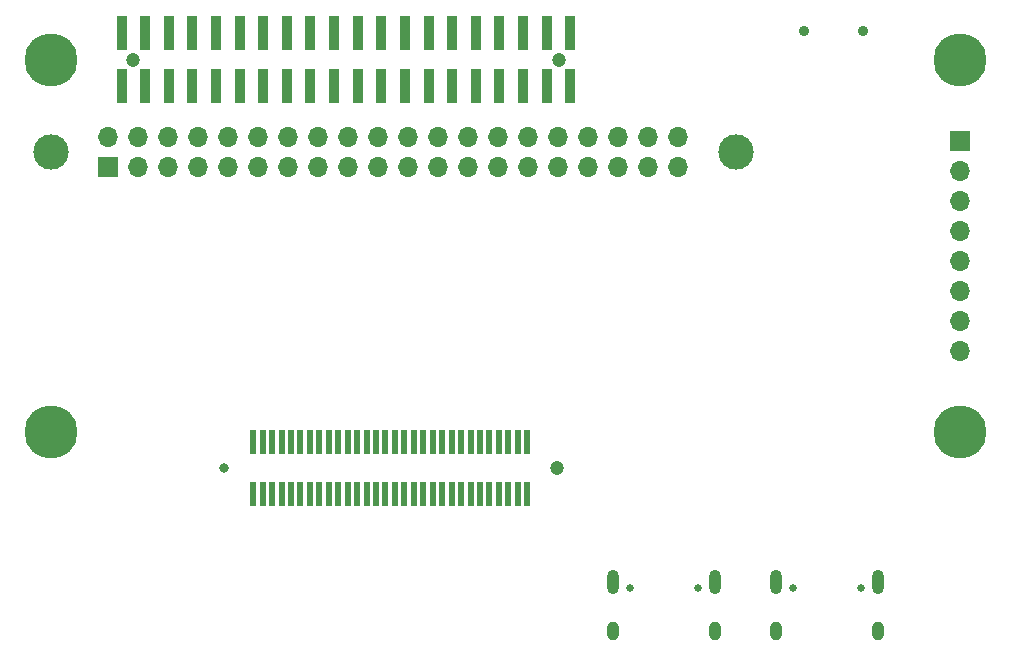
<source format=gbr>
%TF.GenerationSoftware,KiCad,Pcbnew,5.1.6+dfsg1-1~bpo10+1*%
%TF.CreationDate,2020-08-24T18:13:06+01:00*%
%TF.ProjectId,Ultra96-IO-Mezzanine,556c7472-6139-4362-9d49-4f2d4d657a7a,A*%
%TF.SameCoordinates,Original*%
%TF.FileFunction,Soldermask,Bot*%
%TF.FilePolarity,Negative*%
%FSLAX46Y46*%
G04 Gerber Fmt 4.6, Leading zero omitted, Abs format (unit mm)*
G04 Created by KiCad (PCBNEW 5.1.6+dfsg1-1~bpo10+1) date 2020-08-24 18:13:06*
%MOMM*%
%LPD*%
G01*
G04 APERTURE LIST*
%ADD10C,4.500000*%
%ADD11O,1.700000X1.700000*%
%ADD12R,1.700000X1.700000*%
%ADD13C,0.900000*%
%ADD14O,1.000000X2.100000*%
%ADD15C,0.650000*%
%ADD16O,1.000000X1.600000*%
%ADD17C,0.800000*%
%ADD18R,0.500000X2.000000*%
%ADD19C,1.200000*%
%ADD20C,3.000000*%
%ADD21R,0.890000X3.000000*%
G04 APERTURE END LIST*
D10*
%TO.C,REF\u002A\u002A*%
X181000000Y-104000000D03*
X104000000Y-104000000D03*
X181000000Y-135500000D03*
X104000000Y-135500000D03*
%TD*%
D11*
%TO.C,P1*%
X157130000Y-110530000D03*
X157130000Y-113070000D03*
X154590000Y-110530000D03*
X154590000Y-113070000D03*
X152050000Y-110530000D03*
X152050000Y-113070000D03*
X149510000Y-110530000D03*
X149510000Y-113070000D03*
X146970000Y-110530000D03*
X146970000Y-113070000D03*
X144430000Y-110530000D03*
X144430000Y-113070000D03*
X141890000Y-110530000D03*
X141890000Y-113070000D03*
X139350000Y-110530000D03*
X139350000Y-113070000D03*
X136810000Y-110530000D03*
X136810000Y-113070000D03*
X134270000Y-110530000D03*
X134270000Y-113070000D03*
X131730000Y-110530000D03*
X131730000Y-113070000D03*
X129190000Y-110530000D03*
X129190000Y-113070000D03*
X126650000Y-110530000D03*
X126650000Y-113070000D03*
X124110000Y-110530000D03*
X124110000Y-113070000D03*
X121570000Y-110530000D03*
X121570000Y-113070000D03*
X119030000Y-110530000D03*
X119030000Y-113070000D03*
X116490000Y-110530000D03*
X116490000Y-113070000D03*
X113950000Y-110530000D03*
X113950000Y-113070000D03*
X111410000Y-110530000D03*
X111410000Y-113070000D03*
X108870000Y-110530000D03*
D12*
X108870000Y-113070000D03*
%TD*%
D13*
%TO.C,5v|3v3|1v8*%
X167760000Y-101580000D03*
X172760000Y-101580000D03*
%TD*%
D11*
%TO.C,J2*%
X181000000Y-128640000D03*
X181000000Y-126100000D03*
X181000000Y-123560000D03*
X181000000Y-121020000D03*
X181000000Y-118480000D03*
X181000000Y-115940000D03*
X181000000Y-113400000D03*
D12*
X181000000Y-110860000D03*
%TD*%
D14*
%TO.C,UART*%
X174070000Y-148170000D03*
X165430000Y-148170000D03*
D15*
X166860000Y-148700000D03*
D16*
X165430000Y-152350000D03*
D15*
X172640000Y-148700000D03*
D16*
X174070000Y-152350000D03*
%TD*%
D17*
%TO.C,P2*%
X118650000Y-138550000D03*
D18*
X131550000Y-140750000D03*
X131550000Y-136350000D03*
X132350000Y-136350000D03*
X132350000Y-140750000D03*
X130750000Y-140750000D03*
X130750000Y-136350000D03*
X129950000Y-136350000D03*
X129950000Y-140750000D03*
X129150000Y-136350000D03*
X129150000Y-140750000D03*
X128350000Y-140750000D03*
X128350000Y-136350000D03*
X127550000Y-140750000D03*
X127550000Y-136350000D03*
X126750000Y-136350000D03*
X126750000Y-140750000D03*
X125950000Y-136350000D03*
X125950000Y-140750000D03*
X125150000Y-136350000D03*
X125150000Y-140750000D03*
X124350000Y-136350000D03*
X124350000Y-140750000D03*
X123550000Y-140750000D03*
X123550000Y-136350000D03*
X122750000Y-140750000D03*
X122750000Y-136350000D03*
X121950000Y-140750000D03*
X121950000Y-136350000D03*
X121150000Y-136350000D03*
X121150000Y-140750000D03*
D19*
X146850000Y-138550000D03*
D18*
X139550000Y-140750000D03*
X144350000Y-140750000D03*
X134750000Y-136350000D03*
X140350000Y-136350000D03*
X142750000Y-136350000D03*
X144350000Y-136350000D03*
X141150000Y-136350000D03*
X140350000Y-140750000D03*
X138750000Y-140750000D03*
X138750000Y-136350000D03*
X142750000Y-140750000D03*
X143550000Y-136350000D03*
X133150000Y-140750000D03*
X135550000Y-136350000D03*
X134750000Y-140750000D03*
X141950000Y-140750000D03*
X135550000Y-140750000D03*
X137150000Y-140750000D03*
X141150000Y-140750000D03*
X133950000Y-140750000D03*
X139550000Y-136350000D03*
X136350000Y-136350000D03*
X137150000Y-136350000D03*
X133150000Y-136350000D03*
X136350000Y-140750000D03*
X137950000Y-140750000D03*
X137950000Y-136350000D03*
X133950000Y-136350000D03*
X141950000Y-136350000D03*
X143550000Y-140750000D03*
%TD*%
D20*
%TO.C,H2*%
X162000000Y-111800000D03*
%TD*%
%TO.C,H1*%
X104000000Y-111800000D03*
%TD*%
D14*
%TO.C,PWR*%
X160270000Y-148170000D03*
X151630000Y-148170000D03*
D15*
X153060000Y-148700000D03*
D16*
X151630000Y-152350000D03*
D15*
X158840000Y-148700000D03*
D16*
X160270000Y-152350000D03*
%TD*%
D21*
%TO.C,P1*%
X148000000Y-106250000D03*
X146000000Y-106250000D03*
X144000000Y-106250000D03*
X142000000Y-106250000D03*
X140000000Y-106250000D03*
X138000000Y-106250000D03*
X136000000Y-106250000D03*
X134000000Y-106250000D03*
X132000000Y-106250000D03*
X130000000Y-106250000D03*
X128000000Y-106250000D03*
X126000000Y-106250000D03*
X124000000Y-106250000D03*
X122000000Y-106250000D03*
X120000000Y-106250000D03*
X118000000Y-106250000D03*
X116000000Y-106250000D03*
X114000000Y-106250000D03*
X112000000Y-106250000D03*
X148000000Y-101750000D03*
X146000000Y-101750000D03*
X144000000Y-101750000D03*
X142000000Y-101750000D03*
X140000000Y-101750000D03*
X138000000Y-101750000D03*
X136000000Y-101750000D03*
X134000000Y-101750000D03*
X132000000Y-101750000D03*
X130000000Y-101750000D03*
X128000000Y-101750000D03*
X126000000Y-101750000D03*
X124000000Y-101750000D03*
X122000000Y-101750000D03*
X120000000Y-101750000D03*
X118000000Y-101750000D03*
X116000000Y-101750000D03*
X114000000Y-101750000D03*
X112000000Y-101750000D03*
D19*
X111000000Y-104000000D03*
D21*
X110000000Y-101750000D03*
X110000000Y-106250000D03*
D19*
X147000000Y-104000000D03*
%TD*%
M02*

</source>
